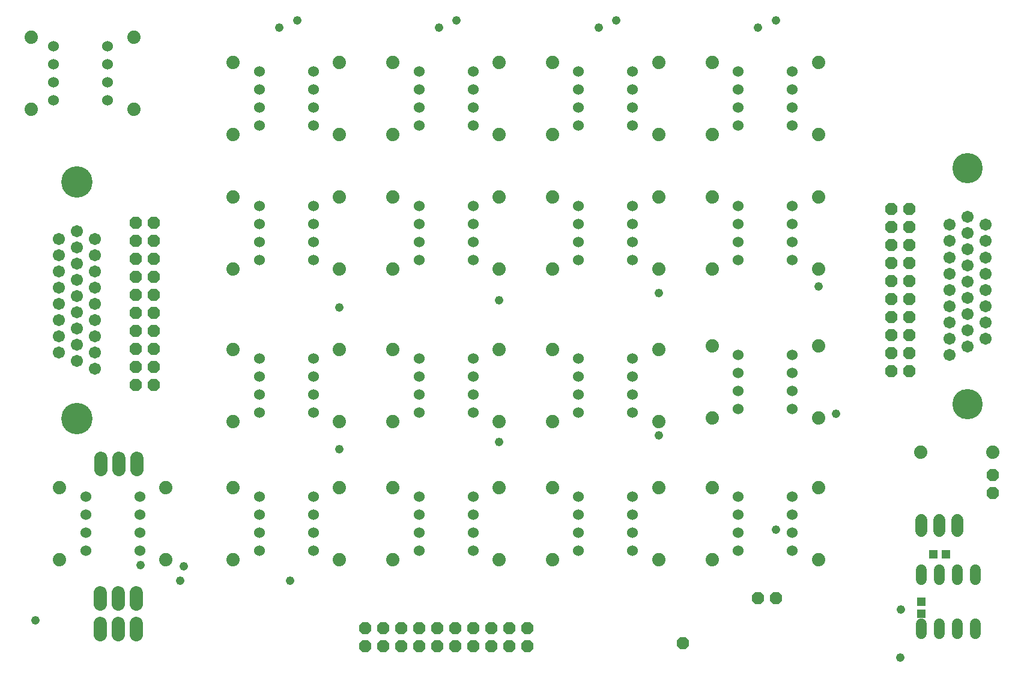
<source format=gbs>
G75*
%MOIN*%
%OFA0B0*%
%FSLAX24Y24*%
%IPPOS*%
%LPD*%
%AMOC8*
5,1,8,0,0,1.08239X$1,22.5*
%
%ADD10C,0.0674*%
%ADD11C,0.1740*%
%ADD12C,0.1681*%
%ADD13OC8,0.0680*%
%ADD14C,0.0600*%
%ADD15C,0.0740*%
%ADD16C,0.0600*%
%ADD17C,0.0680*%
%ADD18R,0.0493X0.0505*%
%ADD19R,0.0505X0.0493*%
%ADD20C,0.0730*%
%ADD21C,0.0476*%
D10*
X005660Y017977D03*
X005660Y018879D03*
X004660Y018428D03*
X003660Y018879D03*
X004660Y019330D03*
X003660Y019781D03*
X004660Y020231D03*
X003660Y020682D03*
X004660Y021133D03*
X003660Y021584D03*
X004660Y022035D03*
X003660Y022485D03*
X004660Y022936D03*
X003660Y023387D03*
X004660Y023838D03*
X003660Y024289D03*
X004660Y024739D03*
X003660Y025190D03*
X004660Y025641D03*
X005660Y025190D03*
X005660Y024289D03*
X005660Y023387D03*
X005660Y022485D03*
X005660Y021584D03*
X005660Y020682D03*
X005660Y019781D03*
X053069Y019666D03*
X053069Y018765D03*
X054069Y019216D03*
X055069Y019666D03*
X054069Y020117D03*
X055069Y020568D03*
X054069Y021019D03*
X055069Y021470D03*
X054069Y021920D03*
X055069Y022371D03*
X054069Y022822D03*
X055069Y023273D03*
X054069Y023724D03*
X055069Y024174D03*
X054069Y024625D03*
X055069Y025076D03*
X054069Y025527D03*
X055069Y025977D03*
X054069Y026428D03*
X053069Y025977D03*
X053069Y025076D03*
X053069Y024174D03*
X053069Y023273D03*
X053069Y022371D03*
X053069Y021470D03*
X053069Y020568D03*
D11*
X004660Y015226D03*
X004660Y028344D03*
D12*
X054069Y029131D03*
X054069Y016013D03*
D13*
X050829Y017875D03*
X049829Y017875D03*
X049829Y018875D03*
X050829Y018875D03*
X050829Y019875D03*
X049829Y019875D03*
X049829Y020875D03*
X049829Y021875D03*
X050829Y021875D03*
X050829Y020875D03*
X050829Y022875D03*
X049829Y022875D03*
X049829Y023875D03*
X050829Y023875D03*
X050829Y024875D03*
X049829Y024875D03*
X049829Y025875D03*
X050829Y025875D03*
X050829Y026875D03*
X049829Y026875D03*
X055471Y012090D03*
X055471Y011090D03*
X043428Y005251D03*
X042428Y005251D03*
X038291Y002751D03*
X029632Y002584D03*
X028632Y002584D03*
X027632Y002584D03*
X026632Y002584D03*
X025632Y002584D03*
X024632Y002584D03*
X023632Y002584D03*
X022632Y002584D03*
X021632Y002584D03*
X020632Y002584D03*
X020632Y003584D03*
X021632Y003584D03*
X022632Y003584D03*
X023632Y003584D03*
X024632Y003584D03*
X025632Y003584D03*
X026632Y003584D03*
X027632Y003584D03*
X028632Y003584D03*
X029632Y003584D03*
X008900Y017088D03*
X008900Y018088D03*
X007900Y018088D03*
X007900Y017088D03*
X007900Y019088D03*
X007900Y020088D03*
X008900Y020088D03*
X008900Y019088D03*
X008900Y021088D03*
X007900Y021088D03*
X007900Y022088D03*
X007900Y023088D03*
X008900Y023088D03*
X008900Y022088D03*
X008900Y024088D03*
X008900Y025088D03*
X007900Y025088D03*
X007900Y024088D03*
X007900Y026088D03*
X008900Y026088D03*
D14*
X014774Y026025D03*
X014774Y027025D03*
X014774Y025025D03*
X014774Y024025D03*
X017774Y024025D03*
X017774Y025025D03*
X017774Y026025D03*
X017774Y027025D03*
X023632Y027025D03*
X023632Y026025D03*
X023632Y025025D03*
X023632Y024025D03*
X026632Y024025D03*
X026632Y025025D03*
X026632Y026025D03*
X026632Y027025D03*
X032491Y027025D03*
X032491Y026025D03*
X032491Y025025D03*
X032491Y024025D03*
X035491Y024025D03*
X035491Y025025D03*
X035491Y026025D03*
X035491Y027025D03*
X041349Y027025D03*
X041349Y026025D03*
X041349Y025025D03*
X041349Y024025D03*
X044349Y024025D03*
X044349Y025025D03*
X044349Y026025D03*
X044349Y027025D03*
X044349Y031505D03*
X044349Y032505D03*
X044349Y033505D03*
X044349Y034505D03*
X041349Y034505D03*
X041349Y033505D03*
X041349Y032505D03*
X041349Y031505D03*
X035491Y031505D03*
X035491Y032505D03*
X035491Y033505D03*
X035491Y034505D03*
X032491Y034505D03*
X032491Y033505D03*
X032491Y032505D03*
X032491Y031505D03*
X026632Y031505D03*
X026632Y032505D03*
X026632Y033505D03*
X026632Y034505D03*
X023632Y034505D03*
X023632Y033505D03*
X023632Y032505D03*
X023632Y031505D03*
X017774Y031505D03*
X017774Y032505D03*
X017774Y033505D03*
X017774Y034505D03*
X014774Y034505D03*
X014774Y033505D03*
X014774Y032505D03*
X014774Y031505D03*
X006357Y032883D03*
X006357Y033883D03*
X006357Y034883D03*
X006357Y035883D03*
X003357Y035883D03*
X003357Y034883D03*
X003357Y033883D03*
X003357Y032883D03*
X014774Y018560D03*
X014774Y017560D03*
X014774Y016560D03*
X014774Y015560D03*
X017774Y015560D03*
X017774Y016560D03*
X017774Y017560D03*
X017774Y018560D03*
X023632Y018560D03*
X023632Y017560D03*
X023632Y016560D03*
X023632Y015560D03*
X026632Y015560D03*
X026632Y016560D03*
X026632Y017560D03*
X026632Y018560D03*
X032491Y018560D03*
X032491Y017560D03*
X032491Y016560D03*
X032491Y015560D03*
X035491Y015560D03*
X035491Y016560D03*
X035491Y017560D03*
X035491Y018560D03*
X041349Y018757D03*
X041349Y017757D03*
X041349Y016757D03*
X041349Y015757D03*
X044349Y015757D03*
X044349Y016757D03*
X044349Y017757D03*
X044349Y018757D03*
X044349Y010883D03*
X044349Y009883D03*
X044349Y008883D03*
X044349Y007883D03*
X041349Y007883D03*
X041349Y008883D03*
X041349Y009883D03*
X041349Y010883D03*
X035491Y010883D03*
X035491Y009883D03*
X035491Y008883D03*
X035491Y007883D03*
X032491Y007883D03*
X032491Y008883D03*
X032491Y009883D03*
X032491Y010883D03*
X026632Y010883D03*
X026632Y009883D03*
X026632Y008883D03*
X026632Y007883D03*
X023632Y007883D03*
X023632Y008883D03*
X023632Y009883D03*
X023632Y010883D03*
X017774Y010883D03*
X017774Y009883D03*
X017774Y008883D03*
X017774Y007883D03*
X014774Y007883D03*
X014774Y008883D03*
X014774Y009883D03*
X014774Y010883D03*
X008129Y010883D03*
X008129Y009883D03*
X008129Y008883D03*
X008129Y007883D03*
X005129Y007883D03*
X005129Y008883D03*
X005129Y009883D03*
X005129Y010883D03*
D15*
X003676Y011383D03*
X003676Y007383D03*
X009581Y007383D03*
X013321Y007383D03*
X013321Y011383D03*
X009581Y011383D03*
X013321Y015060D03*
X019227Y015060D03*
X022180Y015060D03*
X022180Y011383D03*
X019227Y011383D03*
X019227Y007383D03*
X022180Y007383D03*
X028085Y007383D03*
X031038Y007383D03*
X031038Y011383D03*
X028085Y011383D03*
X028085Y015060D03*
X031038Y015060D03*
X036943Y015060D03*
X039896Y015257D03*
X039896Y011383D03*
X036943Y011383D03*
X036943Y007383D03*
X039896Y007383D03*
X045802Y007383D03*
X045802Y011383D03*
X045802Y015257D03*
X045802Y019257D03*
X039896Y019257D03*
X036943Y019060D03*
X031038Y019060D03*
X028085Y019060D03*
X022180Y019060D03*
X019227Y019060D03*
X013321Y019060D03*
X013321Y023525D03*
X019227Y023525D03*
X022180Y023525D03*
X028085Y023525D03*
X031038Y023525D03*
X036943Y023525D03*
X039896Y023525D03*
X045802Y023525D03*
X045802Y027525D03*
X045802Y031005D03*
X045802Y035005D03*
X039896Y035005D03*
X036943Y035005D03*
X036943Y031005D03*
X039896Y031005D03*
X039896Y027525D03*
X036943Y027525D03*
X031038Y027525D03*
X028085Y027525D03*
X028085Y031005D03*
X031038Y031005D03*
X031038Y035005D03*
X028085Y035005D03*
X022180Y035005D03*
X019227Y035005D03*
X019227Y031005D03*
X022180Y031005D03*
X022180Y027525D03*
X019227Y027525D03*
X013321Y027525D03*
X013321Y031005D03*
X007810Y032383D03*
X013321Y035005D03*
X007810Y036383D03*
X002101Y036383D03*
X002101Y032383D03*
X051481Y013360D03*
X055481Y013360D03*
D16*
X054511Y006820D02*
X054511Y006300D01*
X053511Y006300D02*
X053511Y006820D01*
X052511Y006820D02*
X052511Y006300D01*
X051511Y006300D02*
X051511Y006820D01*
X051511Y003820D02*
X051511Y003300D01*
X052511Y003300D02*
X052511Y003820D01*
X053511Y003820D02*
X053511Y003300D01*
X054511Y003300D02*
X054511Y003820D01*
D17*
X053511Y009000D02*
X053511Y009600D01*
X052511Y009600D02*
X052511Y009000D01*
X051511Y009000D02*
X051511Y009600D01*
D18*
X052177Y007700D03*
X052866Y007700D03*
D19*
X051511Y005064D03*
X051511Y004376D03*
D20*
X007961Y004915D02*
X007961Y005565D01*
X006961Y005565D02*
X006961Y004915D01*
X005961Y004915D02*
X005961Y005565D01*
X005931Y003875D02*
X005931Y003225D01*
X006931Y003225D02*
X006931Y003875D01*
X007931Y003875D02*
X007931Y003225D01*
X007991Y012385D02*
X007991Y013035D01*
X006991Y013035D02*
X006991Y012385D01*
X005991Y012385D02*
X005991Y013035D01*
D21*
X002361Y004040D03*
X008181Y007090D03*
X010369Y006233D03*
X010566Y007021D03*
X016471Y006233D03*
X019227Y013517D03*
X028085Y013911D03*
X036943Y014304D03*
X043441Y009060D03*
X050381Y004620D03*
X050361Y001960D03*
X046786Y015485D03*
X036943Y022178D03*
X028085Y021785D03*
X019227Y021391D03*
X015880Y036942D03*
X016865Y037336D03*
X024739Y036942D03*
X025723Y037336D03*
X033597Y036942D03*
X034581Y037336D03*
X042455Y036942D03*
X043440Y037336D03*
X045802Y022572D03*
M02*

</source>
